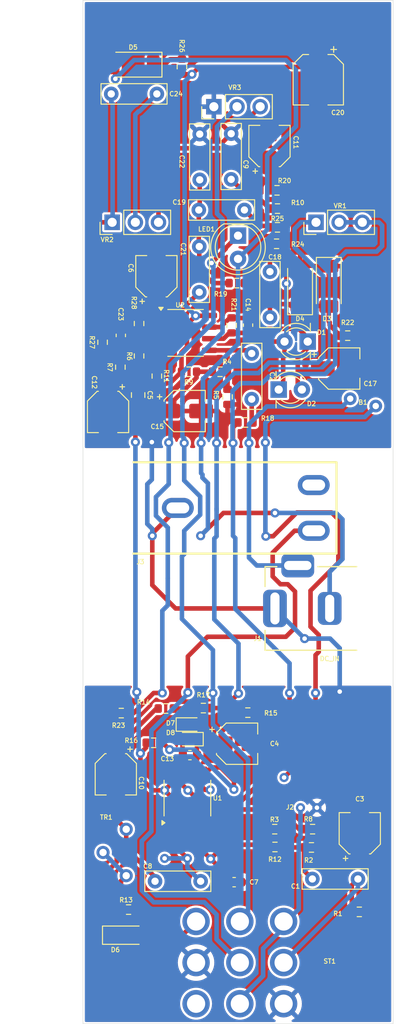
<source format=kicad_pcb>
(kicad_pcb (version 20240108) (generator "pcbnew") (generator_version "8.0")
  (layers (0 "F.Cu" signal) (31 "B.Cu" signal) (34 "B.Paste" user) (35 "F.Paste" user) (36 "B.SilkS" user "B.Silkscreen") (37 "F.SilkS" user "F.Silkscreen") (38 "B.Mask" user) (39 "F.Mask" user) (44 "Edge.Cuts" user))
  (net 0 "")
  (net 1 "Net-(ST1C-B)")
  (net 2 "BYPASS")
  (net 5 "GND")
  (net 6 "Net-(C1-Pad1)")
  (net 7 "Net-(C3-Pad1)")
  (net 8 "VCC")
  (net 9 "Net-(U1A-+)")
  (net 10 "Net-(U1A--)")
  (net 11 "Net-(R13-Pad1)")
  (net 12 "Net-(C10-Pad2)")
  (net 13 "Net-(C10-Pad1)")
  (net 14 "Net-(D7-A)")
  (net 15 "Net-(D7-K)")
  (net 16 "Net-(U1B-+)")
  (net 17 "Net-(R17-Pad2)")
  (net 18 "Net-(C2-Pad2)")
  (net 19 "Net-(U2B-+)")
  (net 20 "Net-(C15-Pad1)")
  (net 21 "Net-(D1-K)")
  (net 22 "Net-(D1-A)")
  (net 23 "Net-(C17-Pad2)")
  (net 24 "Net-(D3-A)")
  (net 25 "Net-(C19-Pad1)")
  (net 26 "Net-(C18-Pad1)")
  (net 27 "Net-(C19-Pad2)")
  (net 28 "Net-(C11-Pad1)")
  (net 29 "Net-(C9-Pad2)")
  (net 30 "Net-(U2A-+)")
  (net 31 "Net-(C5-Pad1)")
  (net 32 "Net-(C12-Pad1)")
  (net 33 "Net-(C23-Pad1)")
  (net 34 "Net-(U2A--)")
  (net 35 "Net-(C24-Pad1)")
  (net 36 "Net-(VR2-Pad3)")
  (net 37 "Net-(ST1B-A)")
  (net 38 "Net-(ST1B-B)")
  (net 39 "Net-(C24-Pad2)")
  (net 40 "Net-(D5-A)")
  (net 41 "Net-(D5-K)")
  (net 42 "Net-(D6-K)")
  (net 43 "Net-(LED1-K)")
  (net 44 "Net-(D6-A)")
  (net 45 "Net-(B1-+)")
  (net 46 "Net-(B1--)")
  (footprint "Resistor_SMD:R_0603_1608Metric" (layer "F.Cu") (at -6.15 -48.725 -90)
    (property "Reference" "R26")
    (property "Value" "47R")
  )
  (footprint "Resistor_SMD:R_0603_1608Metric" (layer "F.Cu") (at 4.225 -29.35)
    (property "Reference" "R24")
    (property "Value" "249k")
  )
  (footprint "Resistor_SMD:R_0603_1608Metric" (layer "F.Cu") (at 4.325 -31.15)
    (property "Reference" "R25")
    (property "Value" "150k")
  )
  (footprint "Diode_SMD:D_SOD-128" (layer "F.Cu") (at 6.8 -24.75 90)
    (property "Reference" "D4")
    (property "Value" "1N4001")
  )
  (footprint "Resistor_SMD:R_0603_1608Metric" (layer "F.Cu") (at 13.3 43.75)
    (property "Reference" "R1")
    (property "Value" "1M")
  )
  (footprint "Diode_SMD:D_0603_1608Metric" (layer "F.Cu") (at -5.3 23.25)
    (property "Reference" "D7")
    (property "Value" "Red_LED_SMD")
  )
  (footprint "myFoot:my_LED_3mm" (layer "F.Cu") (at 6.37 -18.65 180)
    (property "Reference" "D1")
    (property "Value" "Red_LED_3mm")
  )
  (footprint "Resistor_SMD:R_0603_1608Metric" (layer "F.Cu") (at -12.8 22)
    (property "Reference" "R23")
    (property "Value" "1k")
  )
  (footprint "Resistor_SMD:R_0603_1608Metric" (layer "F.Cu") (at 4.025 34.7)
    (property "Reference" "R3")
    (property "Value" "1M")
  )
  (footprint "Capacitor_THT:C_Rect_L7.0mm_W2.0mm_P5.00mm" (layer "F.Cu") (at 8.15 40.15)
    (property "Reference" "C1")
    (property "Value" "47n")
  )
  (footprint "Diode_SMD:D_SOD-123" (layer "F.Cu") (at -12.5 46.3)
    (property "Reference" "D6")
    (property "Value" "Zener")
  )
  (footprint "myFoot:my_DC_Jack" (layer "F.Cu") (at 17.55 10.55 180)
    (property "Reference" "J1")
    (property "Value" "DC_IN")
  )
  (footprint "Package_SO:SOP-8_3.9x4.9mm_P1.27mm" (layer "F.Cu") (at -5.75 -19.6)
    (property "Reference" "U2")
    (property "Value" "TLC2272C")
  )
  (footprint "Capacitor_SMD:C_0603_1608Metric" (layer "F.Cu") (at -0.425 40.5)
    (property "Reference" "C7")
    (property "Value" "220p")
  )
  (footprint "Capacitor_SMD:CP_Elec_4x5.4" (layer "F.Cu") (at 13.35 35.15 90)
    (property "Reference" "C3")
    (property "Value" "1u")
  )
  (footprint "Capacitor_SMD:CP_Elec_4x5.4" (layer "F.Cu") (at -14.25 -10.95 -90)
    (property "Reference" "C12")
    (property "Value" "4.7u")
  )
  (footprint "Resistor_SMD:R_0603_1608Metric" (layer "F.Cu") (at -3.8 21.45)
    (property "Reference" "R17")
    (property "Value" "2.4k")
  )
  (footprint "Diode_SMD:D_SOD-128" (layer "F.Cu") (at 9.95 -24.7 -90)
    (property "Reference" "D3")
    (property "Value" "1N4001")
  )
  (footprint "Capacitor_SMD:CP_Elec_4x5.4" (layer "F.Cu") (at -13.4 28.7 -90)
    (property "Reference" "C10")
    (property "Value" "4.7u")
  )
  (footprint "Resistor_SMD:R_0603_1608Metric" (layer "F.Cu") (at -14.85 -18.575 -90)
    (property "Reference" "R27")
    (property "Value" "5.1k")
  )
  (footprint "Connector_PinHeader_2.54mm:PinHeader_1x03_P2.54mm_Vertical" (layer "F.Cu") (at -13.8 -31.7 90)
    (property "Reference" "VR2")
    (property "Value" "B50k")
  )
  (footprint "Resistor_SMD:R_0603_1608Metric" (layer "F.Cu") (at -0.15 -25.05)
    (property "Reference" "R19")
    (property "Value" "10k")
  )
  (footprint "Resistor_SMD:R_0603_1608Metric" (layer "F.Cu") (at -1.15 -12.6 -90)
    (property "Reference" "R5")
    (property "Value" "1M")
  )
  (footprint "Resistor_SMD:R_0603_1608Metric" (layer "F.Cu") (at -10.85 -20.625 -90)
    (property "Reference" "R28")
    (property "Value" "12k")
  )
  (footprint "Capacitor_SMD:CP_Elec_4x5.4" (layer "F.Cu") (at -8.95 -25.8 90)
    (property "Reference" "C6")
    (property "Value" "1u")
  )
  (footprint "Capacitor_SMD:C_0603_1608Metric" (layer "F.Cu") (at -12.85 -19.325 -90)
    (property "Reference" "C23")
    (property "Value" "1n")
  )
  (footprint "Resistor_SMD:R_0603_1608Metric" (layer "F.Cu") (at 8.05 36.7)
    (property "Reference" "R2")
    (property "Value" "1M")
  )
  (footprint "Capacitor_THT:C_Rect_L7.0mm_W2.0mm_P5.00mm" (layer "F.Cu") (at 3.5 -26.3 -90)
    (property "Reference" "C18")
    (property "Value" "27n")
  )
  (footprint "myFoot:my_LED_3mm" (layer "F.Cu") (at 5.73 -13.4)
    (property "Reference" "D2")
    (property "Value" "Red_LED_3mm")
  )
  (footprint "Capacitor_SMD:CP_Elec_4x5.4" (layer "F.Cu") (at 11.1 -15.7)
    (property "Reference" "C17")
    (property "Value" "1u")
  )
  (footprint "Capacitor_SMD:CP_Elec_4x5.4" (layer "F.Cu") (at 3.45 -40.05 90)
    (property "Reference" "C11")
    (property "Value" "4.7u")
  )
  (footprint "Resistor_SMD:R_0603_1608Metric" (layer "F.Cu") (at 0.825 -9.8)
    (property "Reference" "R18")
    (property "Value" "10k")
  )
  (footprint "Capacitor_SMD:C_0603_1608Metric" (layer "F.Cu") (at -5.275 26.6)
    (property "Reference" "C13")
    (property "Value" "100p")
  )
  (footprint "Connector_PinHeader_2.54mm:PinHeader_1x03_P2.54mm_Vertical" (layer "F.Cu") (at 8.55 -31.7 90)
    (property "Reference" "VR1")
    (property "Value" "A500k")
  )
  (footprint "Resistor_SMD:R_0603_1608Metric" (layer "F.Cu") (at -0.7 -20.425 -90)
    (property "Reference" "R21")
    (property "Value" "51k")
  )
  (footprint "Resistor_SMD:R_0603_1608Metric" (layer "F.Cu") (at 4.325 -33.2)
    (property "Reference" "R10")
    (property "Value" "1k")
  )
  (footprint "Resistor_SMD:R_0603_1608Metric" (layer "F.Cu") (at 8.175 34.7)
    (property "Reference" "R8")
    (property "Value" "1k")
  )
  (footprint "Capacitor_SMD:CP_Elec_4x5.4" (layer "F.Cu") (at -0.1 25.35)
    (property "Reference" "C4")
    (property "Value" "1u")
  )
  (footprint "Resistor_SMD:R_0603_1608Metric" (layer "F.Cu") (at -9.25 25.25)
    (property "Reference" "R16")
    (property "Value" "47k")
  )
  (footprint "myFoot:my_conn" (layer "F.Cu") (at 12.3 -12.4 -90)
    (property "Reference" "B1")
    (property "Value" "Battery")
  )
  (footprint "Capacitor_THT:C_Rect_L7.0mm_W2.0mm_P5.00mm" (layer "F.Cu") (at 1.5 -17.35 -90)
    (property "Reference" "C2")
    (property "Value" "47n")
  )
  (footprint "Capacitor_SMD:C_0805_2012Metric" (layer "F.Cu") (at -10.95 -12.8 -90)
    (property "Reference" "C5")
    (property "Value" "1u")
  )
  (footprint "myFoot:PJ-603A" (layer "F.Cu") (at 6.85 32.35)
    (property "Reference" "J2")
    (property "Value" "INPUT")
  )
  (footprint "Resistor_SMD:R_0603_1608Metric" (layer "F.Cu") (at 4.275 -35.2)
    (property "Reference" "R20")
    (property "Value" "6.2k")
  )
  (footprint "Resistor_SMD:R_0603_1608Metric" (layer "F.Cu") (at -7.925 21.5)
    (property "Reference" "R14")
    (property "Value" "24k")
  )
  (footprint "Capacitor_THT:C_Rect_L7.0mm_W2.0mm_P5.00mm" (layer "F.Cu") (at -13.9 -45.75)
    (property "Reference" "C24")
    (property "Value" "3.9n")
  )
  (footprint "Capacitor_THT:C_Rect_L7.0mm_W2.0mm_P5.00mm" (layer "F.Cu") (at -4.2 -41.35 -90)
    (property "Reference" "C22")
    (property "Value" "22n")
  )
  (footprint "myFoot:my_sw_3pdt_fujisoku" (layer "F.Cu") (at 0.2 49.3)
    (property "Reference" "ST1")
    (property "Value" "SW" (hide yes))
  )
  (footprint "Resistor_SMD:R_0603_1608Metric" (layer "F.Cu") (at -10.85 -17.075 -90)
    (property "Reference" "R6")
    (property "Value" "1M")
  )
  (footprint "Resistor_SMD:R_0603_1608Metric" (layer "F.Cu") (at -8.9 -14.875 -90)
    (property "Reference" "R11")
    (property "Value" "1k")
  )
  (footprint "myFoot:my_trim2" (layer "F.Cu") (at -12.26 34.71 180)
    (property "Reference" "TR1")
    (property "Value" "200k")
  )
  (footprint "Package_SO:SOP-8_3.9x4.9mm_P1.27mm" (layer "F.Cu") (at -5.55 31.3 90)
    (property "Reference" "U1")
    (property "Value" "NE5532")
  )
  (footprint "myFoot:PJ-603A" (layer "F.Cu") (at -14.2 -0.45 90)
    (property "Reference" "J3")
    (property "Value" "OUTPUT")
  )
  (footprint "Connector_PinHeader_2.54mm:PinHeader_1x03_P2.54mm_Vertical" (layer "F.Cu") (at -2.65 -44.35 90)
    (property "Reference" "VR3")
    (property "Value" "B50k")
  )
  (footprint "Resistor_SMD:R_0603_1608Metric" (layer "F.Cu") (at -12.9 -15.85 -90)
    (property "Reference" "R7")
    (property "Value" "1M")
  )
  (footprint "Resistor_SMD:R_0603_1608Metric" (layer "F.Cu") (at 4.05 36.65)
    (property "Reference" "R12")
    (property "Value" "10k")
  )
  (footprint "Resistor_SMD:R_0603_1608Metric" (layer "F.Cu") (at -5.375 -15.35)
    (property "Reference" "R9")
    (property "Value" "1k")
  )
  (footprint "Diode_SMD:D_SOD-128" (layer "F.Cu") (at -11.5 -48.95 180)
    (property "Reference" "D5")
    (property "Value" "1N4001")
  )
  (footprint "Capacitor_THT:C_Rect_L7.0mm_W2.0mm_P5.00mm" (layer "F.Cu") (at -9.1 40.4)
    (property "Reference" "C8")
    (property "Value" "220n")
  )
  (footprint "Resistor_SMD:R_0603_1608Metric" (layer "F.Cu") (at -1.975 -15.35)
    (property "Reference" "R4")
    (property "Value" "1M")
  )
  (footprint "Resistor_SMD:R_0603_1608Metric" (layer "F.Cu") (at 1.075 21.95)
    (property "Reference" "R15")
    (property "Value" "47k")
  )
  (footprint "Capacitor_THT:C_Rect_L7.0mm_W2.0mm_P5.00mm" (layer "F.Cu") (at -0.75 -41.4 -90)
    (property "Reference" "C9")
    (property "Value" "220n")
  )
  (footprint "Capacitor_THT:C_Rect_L7.0mm_W2.0mm_P5.00mm" (layer "F.Cu") (at -4.25 -29.05 -90)
    (property "Reference" "C21")
    (property "Value" "22n")
  )
  (footprint "Capacitor_SMD:CP_Elec_4x5.4" (layer "F.Cu") (at -5.85 -11.05)
    (property "Reference" "C15")
    (property "Value" "10u")
  )
  (footprint "Capacitor_SMD:C_0603_1608Metric" (layer "F.Cu") (at 1.1 -20.45 -90)
    (property "Reference" "C14")
    (property "Value" "100p")
  )
  (footprint "Resistor_SMD:R_0603_1608Metric" (layer "F.Cu") (at 12.025 -19.3)
    (property "Reference" "R22")
    (property "Value" "1k")
  )
  (footprint "Capacitor_SMD:CP_Elec_5x5.4" (layer "F.Cu") (at 8.8 -47.3 -90)
    (property "Reference" "C20")
    (property "Value" "47u")
  )
  (footprint "myFoot:my_LED_5mm" (layer "F.Cu") (at 0 -28.97 -90)
    (property "Reference" "LED1")
    (property "Value" "LED")
  )
  (footprint "Capacitor_THT:C_Rect_L7.0mm_W2.0mm_P5.00mm" (layer "F.Cu") (at -4.3 -33.05)
    (property "Reference" "C19")
    (property "Value" "3.9n")
  )
  (footprint "Diode_SMD:D_0603_1608Metric" (layer "F.Cu") (at -5.3 24.85 180)
    (property "Reference" "D8")
    (property "Value" "Red_LED_SMD")
  )
  (footprint "Resistor_SMD:R_0603_1608Metric" (layer "F.Cu") (at -12 43.5)
    (property "Reference" "R13")
    (property "Value" "4.7k")
  )
  (gr_rect (start -17 -56) (end 17 56) (stroke (width 0.05)) (fill none) (layer "Edge.Cuts"))
  (segment (start 12.475 43.75) (end 12.475 40.825) (width 0.5) (layer "F.Cu") (net 1))
  (segment (start 12.475 40.825) (end 13.15 40.15) (width 0.5) (layer "F.Cu") (net 1))
  (segment (start 5 49.3) (end 13.15 41.15) (width 0.5) (layer "B.Cu") (net 1))
  (segment (start 13.15 41.15) (end 13.15 40.15) (width 0.5) (layer "B.Cu") (net 1))
  (segment (start 2.75 50.75) (end 2.75 47.75) (width 0.5) (layer "B.Cu") (net 2))
  (segment (start 5 45.5) (end 5 44.8) (width 0.5) (layer "B.Cu") (net 2))
  (segment (start 0.2 53.3) (end 2.75 50.75) (width 0.5) (layer "B.Cu") (net 2))
  (segment (start 5 44.8) (end 5.3 44.8) (width 0.5) (layer "B.Cu") (net 2))
  (segment (start 6.85 35.55) (end 6.85 32.35) (width 0.5) (layer "B.Cu") (net 2))
  (segment (start 0.2 53.8) (end 0.2 53.3) (width 0.5) (layer "B.Cu") (net 2))
  (segment (start 6.65 43.45) (end 6.65 35.75) (width 0.5) (layer "B.Cu") (net 2))
  (segment (start 6.65 35.75) (end 6.85 35.55) (width 0.5) (layer "B.Cu") (net 2))
  (segment (start 2.75 47.75) (end 5 45.5) (width 0.5) (layer "B.Cu") (net 2))
  (segment (start 5.3 44.8) (end 6.65 43.45) (width 0.5) (layer "B.Cu") (net 2))
  (segment (start -9.4 2.35) (end -6.6 -0.45) (width 0.5) (layer "F.Cu") (net 5))
  (segment (start -9.4 2.6) (end -9.4 2.35) (width 0.5) (layer "F.Cu") (net 5))
  (segment (start -9.4 8) (end -9.4 2.6) (width 0.5) (layer "F.Cu") (net 5))
  (segment (start -7.7 9.7) (end -9.4 8) (width 0.5) (layer "F.Cu") (net 5))
  (segment (start -6.85 10.55) (end -7.7 9.7) (width 0.5) (layer "F.Cu") (net 5))
  (segment (start 4.05 10.55) (end -6.85 10.55) (width 0.5) (layer "F.Cu") (net 5))
  (via (at -9.45 -7.65) (size 1) (drill 0.5) (layers "F.Cu" "B.Cu") (net 5))
  (via (at 7.3 13.85) (size 1) (drill 0.5) (layers "F.Cu" "B.Cu") (net 5))
  (via (at 11.15 19.65) (size 1) (drill 0.5) (layers "F.Cu" "B.Cu") (net 5))
  (via (at -9.4 2.6) (size 1) (drill 0.5) (layers "F.Cu" "B.Cu") (net 5))
  (segment (start -9.4 1.85) (end -9.95 1.3) (width 0.5) (layer "B.Cu") (net 5))
  (segment (start 11.15 14.9) (end 11.15 19.65) (width 0.5) (layer "B.Cu") (net 5))
  (segment (start 4.05 10.6) (end 7.3 13.85) (width 0.5) (layer "B.Cu") (net 5))
  (segment (start 7.3 13.85) (end 10.1 13.85) (width 0.5) (layer "B.Cu") (net 5))
  (segment (start -9.95 -3.05) (end -9.65 -3.35) (width 0.5) (layer "B.Cu") (net 5))
  (segment (start -9.45 -3.55) (end -9.45 -7.65) (width 0.5) (layer "B.Cu") (net 5))
  (segment (start -9.95 1.3) (end -9.95 -3.05) (width 0.5) (layer "B.Cu") (net 5))
  (segment (start 10.9 14.65) (end 11.15 14.9) (width 0.5) (layer "B.Cu") (net 5))
  (segment (start 4.05 10.55) (end 4.05 10.6) (width 0.5) (layer "B.Cu") (net 5))
  (segment (start -9.4 2.6) (end -9.4 1.85) (width 0.5) (layer "B.Cu") (net 5))
  (segment (start -9.65 -3.35) (end -9.45 -3.55) (width 0.5) (layer "B.Cu") (net 5))
  (segment (start 10.1 13.85) (end 10.9 14.65) (width 0.5) (layer "B.Cu") (net 5))
  (segment (start 7.225 36.7) (end 7.225 39.225) (width 0.5) (layer "F.Cu") (net 6))
  (segment (start 7.225 36.7) (end 4.925 36.7) (width 0.5) (layer "F.Cu") (net 6))
  (segment (start 4.85 34.7) (end 4.85 36.625) (width 0.5) (layer "F.Cu") (net 6))
  (segment (start 7.225 39.225) (end 8.15 40.15) (width 0.5) (layer "F.Cu") (net 6))
  (segment (start 4.925 36.7) (end 4.875 36.65) (width 0.5) (layer "F.Cu") (net 6))
  (segment (start 4.85 36.625) (end 4.875 36.65) (width 0.5) (layer "F.Cu") (net 6))
  (segment (start 13.1 36.7) (end 13.35 36.95) (width 0.5) (layer "F.Cu") (net 7))
  (segment (start 9 36.575) (end 8.875 36.7) (width 0.5) (layer "F.Cu") (net 7))
  (segment (start 8.875 36.7) (end 13.1 36.7) (width 0.5) (layer "F.Cu") (net 7))
  (segment (start 9 34.7) (end 9 36.575) (width 0.5) (layer "F.Cu") (net 7))
  (segment (start -7.75 -14.15) (end -7.85 -14.05) (width 0.5) (layer "F.Cu") (net 8))
  (segment (start -8.05 30.45) (end -5.95 32.55) (width 0.5) (layer "F.Cu") (net 8))
  (segment (start -9.6 -13) (end -9.6 -10.85) (width 0.5) (layer "F.Cu") (net 8))
  (segment (start -3.157786 -21.472214) (end -3.125 -21.505) (width 0.5) (layer "F.Cu") (net 8))
  (segment (start -4.649999 -21.472214) (end -3.157786 -21.472214) (width 0.5) (layer "F.Cu") (net 8))
  (segment (start -10.075 25.775) (end -10.7 26.4) (width 0.5) (layer "F.Cu") (net 8))
  (segment (start -5.95 32.55) (end 4.55 32.55) (width 0.5) (layer "F.Cu") (net 8))
  (segment (start 8 -48.7) (end 8.8 -49.5) (width 0.5) (layer "F.Cu") (net 8))
  (segment (start -9.8 29.95) (end -9.3 30.45) (width 0.5) (layer "F.Cu") (net 8))
  (segment (start -9.6 -10.85) (end -10.45 -10) (width 0.5) (layer "F.Cu") (net 8))
  (segment (start 6.7 34.7) (end 7.35 34.7) (width 0.5) (layer "F.Cu") (net 8))
  (segment (start -7.4 -14.15) (end -7.75 -14.15) (width 0.5) (layer "F.Cu") (net 8))
  (segment (start -7.455 29.855) (end -8.05 30.45) (width 0.5) (layer "F.Cu") (net 8))
  (segment (start 4.55 32.55) (end 6.7 34.7) (width 0.5) (layer "F.Cu") (net 8))
  (segment (start -5.05 -47.9) (end -4.25 -48.7) (width 0.5) (layer "F.Cu") (net 8))
  (segment (start -6.15 -47.9) (end -5.05 -47.9) (width 0.5) (layer "F.Cu") (net 8))
  (segment (start -9.6 -13.35) (end -9.6 -13) (width 0.5) (layer "F.Cu") (net 8))
  (segment (start -4.25 -48.7) (end 8 -48.7) (width 0.5) (layer "F.Cu") (net 8))
  (segment (start -5.6 -20.522213) (end -5.6 -18.05) (width 0.5) (layer "F.Cu") (net 8))
  (segment (start -8.9 -14.05) (end -9.6 -13.35) (width 0.5) (layer "F.Cu") (net 8))
  (segment (start -10.075 25.25) (end -10.075 25.775) (width 0.5) (layer "F.Cu") (net 8))
  (segment (start -10.7 29.05) (end -9.8 29.95) (width 0.5) (layer "F.Cu") (net 8))
  (segment (start -10.7 26.4) (end -10.7 29.05) (width 0.5) (layer "F.Cu") (net 8))
  (segment (start -7.85 -14.05) (end -8.9 -14.05) (width 0.5) (layer "F.Cu") (net 8))
  (segment (start -9.3 30.45) (end -8.05 30.45) (width 0.5) (layer "F.Cu") (net 8))
  (segment (start -11.25 -9.2) (end -11.25 -7.65) (width 0.5) (layer "F.Cu") (net 8))
  (segment (start -6.2 -15.35) (end -7.4 -14.15) (width 0.5) (layer "F.Cu") (net 8))
  (segment (start -5.6 -18.05) (end -6.2 -17.45) (width 0.5) (layer "F.Cu") (net 8))
  (segment (start -6.2 -17.45) (end -6.2 -15.35) (width 0.5) (layer "F.Cu") (net 8))
  (segment (start -10.45 -10) (end -11.25 -9.2) (width 0.5) (layer "F.Cu") (net 8))
  (segment (start -4.649999 -21.472214) (end -5.6 -20.522213) (width 0.5) (layer "F.Cu") (net 8))
  (segment (start -7.455 28.675) (end -7.455 29.855) (width 0.5) (layer "F.Cu") (net 8))
  (via (at -10.7 26.4) (size 1) (drill 0.5) (layers "F.Cu" "B.Cu") (net 8))
  (via (at -8.05 30.45) (size 1) (drill 0.5) (layers "F.Cu" "B.Cu") (net 8))
  (via (at -4.649999 -21.472214) (size 1) (drill 0.5) (layers "F.Cu" "B.Cu") (net 8))
  (via (at -5.05 -47.9) (size 1) (drill 0.5) (layers "F.Cu" "B.Cu") (net 8))
  (via (at -11.25 -7.65) (size 1) (drill 0.5) (layers "F.Cu" "B.Cu") (net 8))
  (via (at -11.1 19.7) (size 1) (drill 0.5) (layers "F.Cu" "B.Cu") (net 8))
  (segment (start -5.85 -22.672215) (end -4.649999 -21.472214) (width 0.5) (layer "B.Cu") (net 8))
  (segment (start -5.85 -44.7) (end -5.85 -29.2) (width 0.5) (layer "B.Cu") (net 8))
  (segment (start -10.9 26.2) (end -10.7 26.4) (width 0.5) (layer "B.Cu") (net 8))
  (segment (start -5.85 -29.2) (end -5.85 -22.672215) (width 0.5) (layer "B.Cu") (net 8))
  (segment (start -5.85 -47.1) (end -5.85 -44.7) (width 0.5) (layer "B.Cu") (net 8))
  (segment (start -11.1 19.7) (end -11.1 20.65) (width 0.5) (layer "B.Cu") (net 8))
  (segment (start -11.25 19.55) (end -11.1 19.7) (width 0.5) (layer "B.Cu") (net 8))
  (segment (start -5.05 -47.9) (end -5.85 -47.1) (width 0.5) (layer "B.Cu") (net 8))
  (segment (start -10.9 20.85) (end -10.9 26.2) (width 0.5) (layer "B.Cu") (net 8))
  (segment (start -11.1 20.65) (end -10.9 20.85) (width 0.5) (layer "B.Cu") (net 8))
  (segment (start -11.25 2.55) (end -11.25 19.55) (width 0.5) (layer "B.Cu") (net 8))
  (segment (start -11.25 -7.65) (end -11.25 2.55) (width 0.5) (layer "B.Cu") (net 8))
  (segment (start 1.8 36.4) (end -0.15 36.4) (width 0.5) (layer "F.Cu") (net 9))
  (segment (start -3 37.95) (end -1.2 39.75) (width 0.5) (layer "F.Cu") (net 9))
  (segment (start -4.915 36.035) (end -4.915 33.925) (width 0.5) (layer "F.Cu") (net 9))
  (segment (start 3.225 36.65) (end 2.05 36.65) (width 0.5) (layer "F.Cu") (net 9))
  (segment (start -3 37.95) (end -4.915 36.035) (width 0.5) (layer "F.Cu") (net 9))
  (segment (start -1.2 39.75) (end -1.2 40.5) (width 0.5) (layer "F.Cu") (net 9))
  (segment (start 2.05 36.65) (end 1.9 36.5) (width 0.5) (layer "F.Cu") (net 9))
  (segment (start -0.15 36.4) (end -1.45 36.4) (width 0.5) (layer "F.Cu") (net 9))
  (segment (start -1.45 36.4) (end -1.95 36.9) (width 0.5) (layer "F.Cu") (net 9))
  (segment (start 1.9 36.5) (end 1.8 36.4) (width 0.5) (layer "F.Cu") (net 9))
  (segment (start -1.95 36.9) (end -3 37.95) (width 0.5) (layer "F.Cu") (net 9))
  (via (at -3 37.95) (size 1) (drill 0.5) (layers "F.Cu" "B.Cu") (net 9))
  (segment (start -6.185 37.265) (end -5.55 37.9) (width 0.5) (layer "F.Cu") (net 10))
  (segment (start -6.185 33.925) (end -6.185 37.265) (width 0.5) (layer "F.Cu") (net 10))
  (segment (start -7.03 33.5) (end -6.61 33.5) (width 0.5) (layer "F.Cu") (net 10))
  (segment (start -7.455 33.925) (end -7.03 33.5) (width 0.5) (layer "F.Cu") (net 10))
  (segment (start -6.61 33.5) (end -6.185 33.925) (width 0.5) (layer "F.Cu") (net 10))
  (via (at -8.05 37.9) (size 1) (drill 0.5) (layers "F.Cu" "B.Cu") (net 10))
  (via (at -5.55 37.9) (size 1) (drill 0.5) (layers "F.Cu" "B.Cu") (net 10))
  (segment (start -5.55 37.9) (end -5.55 38.95) (width 0.5) (layer "B.Cu") (net 10))
  (segment (start -5.55 38.95) (end -4.1 40.4) (width 0.5) (layer "B.Cu") (net 10))
  (segment (start -5.55 37.9) (end -8.05 37.9) (width 0.5) (layer "B.Cu") (net 10))
  (segment (start -12.825 43.5) (end -12.825 40.355) (width 0.5) (layer "F.Cu") (net 11))
  (segment (start -12.825 40.355) (end -12.26 39.79) (width 0.5) (layer "F.Cu") (net 11))
  (segment (start -14.8 37.25) (end -12.26 39.79) (width 0.5) (layer "B.Cu") (net 11))
  (segment (start -12.26 34.71) (end -12.26 36.79) (width 0.5) (layer "F.Cu") (net 12))
  (segment (start -12.26 36.79) (end -9.1 39.95) (width 0.5) (layer "F.Cu") (net 12))
  (segment (start -9.1 39.95) (end -9.1 40.4) (width 0.5) (layer "F.Cu") (net 12))
  (segment (start -13.4 30.5) (end -13.4 33.57) (width 0.5) (layer "F.Cu") (net 12))
  (segment (start -13.4 33.57) (end -12.26 34.71) (width 0.5) (layer "F.Cu") (net 12))
  (segment (start -13.4 25.95) (end -8.95 21.5) (width 0.5) (layer "F.Cu") (net 13))
  (segment (start -13.4 26.9) (end -13.4 25.95) (width 0.5) (layer "F.Cu") (net 13))
  (segment (start -8.95 21.5) (end -8.75 21.5) (width 0.5) (layer "F.Cu") (net 13))
  (segment (start -4.915 28.675) (end -4.915 27.565) (width 0.5) (layer "F.Cu") (net 14))
  (segment (start -4.5 26.6) (end -4.5 24.8625) (width 0.5) (layer "F.Cu") (net 14))
  (segment (start -7.1 21.5) (end -4.675 21.5) (width 0.5) (layer "F.Cu") (net 14))
  (segment (start -4.5125 24.85) (end -4.5125 23.25) (width 0.5) (layer "F.Cu") (net 14))
  (segment (start -4.625 23.1375) (end -4.5125 23.25) (width 0.5) (layer "F.Cu") (net 14))
  (segment (start -4.5 27.15) (end -4.5 26.6) (width 0.5) (layer "F.Cu") (net 14))
  (segment (start -4.25 29.75) (end -3.6 30.4) (width 0.5) (layer "F.Cu") (net 14))
  (segment (start -4.625 21.45) (end -4.625 23.1375) (width 0.5) (layer "F.Cu") (net 14))
  (segment (start -4.915 29.085) (end -4.25 29.75) (width 0.5) (layer "F.Cu") (net 14))
  (segment (start -4.915 28.675) (end -4.915 29.085) (width 0.5) (layer "F.Cu") (net 14))
  (segment (start -4.675 21.5) (end -4.625 21.45) (width 0.5) (layer "F.Cu") (net 14))
  (segment (start -4.915 27.565) (end -4.5 27.15) (width 0.5) (layer "F.Cu") (net 14))
  (segment (start -4.5 24.8625) (end -4.5125 24.85) (width 0.5) (layer "F.Cu") (net 14))
  (segment (start -3.6 30.4) (end -3.05 30.4) (width 0.5) (layer "F.Cu") (net 14))
  (via (at -3.05 30.4) (size 1) (drill 0.5) (layers "F.Cu" "B.Cu") (net 14))
  (segment (start 5.65 26.35) (end 5.65 19.8) (width 0.5) (layer "F.Cu") (net 15))
  (segment (start -6.0875 24.85) (end -6.0875 26.5625) (width 0.5) (layer "F.Cu") (net 15))
  (segment (start -0.55 -7.55) (end -0.55 -9.25) (width 0.5) (layer "F.Cu") (net 15))
  (segment (start -0.55 -9.25) (end 0 -9.8) (width 0.5) (layer "F.Cu") (net 15))
  (segment (start -4.2 31.7) (end -1.95 31.7) (width 0.5) (layer "F.Cu") (net 15))
  (segment (start -5.5 30.45) (end -5.45 30.45) (width 0.5) (layer "F.Cu") (net 15))
  (segment (start -5.45 30.45) (end -4.2 31.7) (width 0.5) (layer "F.Cu") (net 15))
  (segment (start -1.95 31.7) (end 0.3 31.7) (width 0.5) (layer "F.Cu") (net 15))
  (segment (start -6.185 28.675) (end -6.185 29.765) (width 0.5) (layer "F.Cu") (net 15))
  (segment (start -6.0875 26.5625) (end -6.05 26.6) (width 0.5) (layer "F.Cu") (net 15))
  (segment (start 2.2 29.8) (end 5.65 26.35) (width 0.5) (layer "F.Cu") (net 15))
  (segment (start -6.185 29.765) (end -5.5 30.45) (width 0.5) (layer "F.Cu") (net 15))
  (segment (start 0.3 31.7) (end 2.2 29.8) (width 0.5) (layer "F.Cu") (net 15))
  (segment (start -6.0875 23.25) (end -6.0875 24.85) (width 0.5) (layer "F.Cu") (net 15))
  (segment (start -6.185 28.675) (end -6.185 26.735) (width 0.5) (layer "F.Cu") (net 15))
  (segment (start -6.185 26.735) (end -6.05 26.6) (width 0.5) (layer "F.Cu") (net 15))
  (via (at 5.65 19.8) (size 1) (drill 0.5) (layers "F.Cu" "B.Cu") (net 15))
  (via (at -0.55 -7.55) (size 1) (drill 0.5) (layers "F.Cu" "B.Cu") (net 15))
  (via (at -5.5 30.45) (size 1) (drill 0.5) (layers "F.Cu" "B.Cu") (net 15))
  (segment (start -0.3 5.7) (end -0.3 2.85) (width 0.5) (layer "B.Cu") (net 15))
  (segment (start 10.65 -16.2) (end 9.55 -15.1) (width 0.5) (layer "B.Cu") (net 15))
  (segment (start 15.2 -28.5) (end 11.85 -28.5) (width 0.5) (layer "B.Cu") (net 15))
  (segment (start 2.65 -14.1) (end 0.25 -14.1) (width 0.5) (layer "B.Cu") (net 15))
  (segment (start 13.63 -31.7) (end 15.45 -31.7) (width 0.5) (layer "B.Cu") (net 15))
  (segment (start 3.95 -15.1) (end 3.7 -14.85) (width 0.5) (layer "B.Cu") (net 15))
  (segment (start 11.09 -31.7) (end 13.63 -31.7) (width 0.5) (layer "B.Cu") (net 15))
  (segment (start -0.6 -13.25) (end -0.6 -7.6) (width 0.5) (layer "B.Cu") (net 15))
  (segment (start 0.25 -14.1) (end -0.6 -13.25) (width 0.5) (layer "B.Cu") (net 15))
  (segment (start 4.1 15) (end -0.3 10.6) (width 0.5) (layer "B.Cu") (net 15))
  (segment (start 3.7 -14.85) (end 3.4 -14.85) (width 0.5) (layer "B.Cu") (net 15))
  (segment (start 3.4 -14.85) (end 2.65 -14.1) (width 0.5) (layer "B.Cu") (net 15))
  (segment (start 10.65 -27.3) (end 10.65 -16.2) (width 0.5) (layer "B.Cu") (net 15))
  (segment (start -0.3 10.6) (end -0.3 5.7) (width 0.5) (layer "B.Cu") (net 15))
  (segment (start 5.65 19.8) (end 5.65 16.55) (width 0.5) (layer "B.Cu") (net 15))
  (segment (start -0.6 -7.6) (end -0.55 -7.55) (width 0.5) (layer "B.Cu") (net 15))
  (segment (start -0.3 2.85) (end -0.55 2.6) (width 0.5) (layer "B.Cu") (net 15))
  (segment (start 9.55 -15.1) (end 3.95 -15.1) (width 0.5) (layer "B.Cu") (net 15))
  (segment (start -0.55 2.6) (end -0.55 -7.55) (width 0.5) (layer "B.Cu") (net 15))
  (segment (start 11.85 -28.5) (end 10.65 -27.3) (width 0.5) (layer "B.Cu") (net 15))
  (segment (start 5.65 16.55) (end 4.1 15) (width 0.5) (layer "B.Cu") (net 15))
  (segment (start 15.8 -29.1) (end 15.2 -28.5) (width 0.5) (layer "B.Cu") (net 15))
  (segment (start 15.45 -31.7) (end 15.8 -31.35) (width 0.5) (layer "B.Cu") (net 15))
  (segment (start 15.8 -31.35) (end 15.8 -29.1) (width 0.5) (layer "B.Cu") (net 15))
  (segment (start -1.9 25.35) (end -1.9 24.15) (width 0.5) (layer "F.Cu") (net 16))
  (segment (start -2.92 27.95) (end -1.9 27.95) (width 0.5) (layer "F.Cu") (net 16))
  (segment (start -0.45 30.35) (end -0.45 29.4) (width 0.5) (layer "F.Cu") (net 16))
  (segment (start -1.9 27.95) (end -1.9 25.35) (width 0.5) (layer "F.Cu") (net 16))
  (segment (start -8.25 25.25) (end -7.5 26) (width 0.5) (layer "F.Cu") (net 16))
  (segment (start 0.25 22) (end 0.25 21.95) (width 0.5) (layer "F.Cu") (net 16))
  (segment (start -3.645 28.675) (end -2.92 27.95) (width 0.5) (layer "F.Cu") (net 16))
  (segment (start -0.45 29.4) (end -1.9 27.95) (width 0.5) (layer "F.Cu") (net 16))
  (segment (start -1.9 24.15) (end 0.25 22) (width 0.5) (layer "F.Cu") (net 16))
  (segment (start -8.425 25.25) (end -8.25 25.25) (width 0.5) (layer "F.Cu") (net 16))
  (via (at -7.5 26) (size 1) (drill 0.5) (layers "F.Cu" "B.Cu") (net 16))
  (via (at -0.45 30.35) (size 1) (drill 0.5) (layers "F.Cu" "B.Cu") (net 16))
  (segment (start -7.5 26) (end -4.8 26) (width 0.5) (layer "B.Cu") (net 16))
  (segment (start -4.3 26.5) (end -0.45 30.35) (width 0.5) (layer "B.Cu") (net 16))
  (segment (start -4.8 26) (end -4.3 26.5) (width 0.5) (layer "B.Cu") (net 16))
  (segment (start -1.55 21.45) (end 0.05 19.85) (width 0.5) (layer "F.Cu") (net 17))
  (segment (start -2.975 21.45) (end -1.55 21.45) (width 0.5) (layer "F.Cu") (net 17))
  (via (at 0.05 19.85) (size 1) (drill 0.5) (layers "F.Cu" "B.Cu") (net 17))
  (via (at -2.35 -7.55) (size 1) (drill 0.5) (layers "F.Cu" "B.Cu") (net 17))
  (segment (start 6.2 -28.95) (end 9.35 -25.8) (width 0.5) (layer "B.Cu") (net 17))
  (segment (start 2.25 -15.2) (end -0.4 -15.2) (width 0.5) (layer "B.Cu") (net 17))
  (segment (start 8.55 -31.7) (end 6.9 -31.7) (width 0.5) (layer "B.Cu") (net 17))
  (segment (start -2.35 -13.25) (end -2.35 -7.55) (width 0.5) (layer "B.Cu") (net 17))
  (segment (start -2.6 11.75) (end -2.6 10.55) (width 0.5) (layer "B.Cu") (net 17))
  (segment (start -1.7 12.65) (end -2.6 11.75) (width 0.5) (layer "B.Cu") (net 17))
  (segment (start 9.35 -25.8) (end 9.35 -16.95) (width 0.5) (layer "B.Cu") (net 17))
  (segment (start 3.4 -16.35) (end 2.25 -15.2) (width 0.5) (layer "B.Cu") (net 17))
  (segment (start 0.05 19.85) (end 0.05 14.4) (width 0.5) (layer "B.Cu") (net 17))
  (segment (start -2.35 -0.4) (end -2.35 -0.15) (width 0.5) (layer "B.Cu") (net 17))
  (segment (start 6.9 -31.7) (end 6.2 -31) (width 0.5) (layer "B.Cu") (net 17))
  (segment (start -2.6 10.55) (end -2.6 10.8) (width 0.5) (layer "B.Cu") (net 17))
  (segment (start -0.4 -15.2) (end -2.35 -13.25) (width 0.5) (layer "B.Cu") (net 17))
  (segment (start 0.05 14.4) (end -1.7 12.65) (width 0.5) (layer "B.Cu") (net 17))
  (segment (start -2.35 -0.15) (end -2.35 -7.55) (width 0.5) (layer "B.Cu") (net 17))
  (segment (start 8.75 -16.35) (end 3.4 -16.35) (width 0.5) (layer "B.Cu") (net 17))
  (segment (start -2.35 2.65) (end -2.35 -0.4) (width 0.5) (layer "B.Cu") (net 17))
  (segment (start 6.2 -31) (end 6.2 -28.95) (width 0.5) (layer "B.Cu") (net 17))
  (segment (start -2.6 10.8) (end -2.6 2.9) (width 0.5) (layer "B.Cu") (net 17))
  (segment (start -2.6 2.9) (end -2.35 2.65) (width 0.5) (layer "B.Cu") (net 17))
  (segment (start 9.35 -16.95) (end 8.75 -16.35) (width 0.5) (layer "B.Cu") (net 17))
  (segment (start 1.5 -9.95) (end 1.65 -9.8) (width 0.5) (layer "F.Cu") (net 18))
  (segment (start 1.5 -12.35) (end 1.5 -9.95) (width 0.5) (layer "F.Cu") (net 18))
  (segment (start -1.15 -17.695) (end 1.155 -17.695) (width 0.5) (layer "F.Cu") (net 19))
  (segment (start -3.125 -17.695) (end -1.15 -17.695) (width 0.5) (layer "F.Cu") (net 19))
  (segment (start -1.15 -15.35) (end -1.15 -17.695) (width 0.5) (layer "F.Cu") (net 19))
  (segment (start 1.155 -17.695) (end 1.5 -17.35) (width 0.5) (layer "F.Cu") (net 19))
  (segment (start -1.15 -13.425) (end -1.15 -15.35) (width 0.5) (layer "F.Cu") (net 19))
  (segment (start -7 -12.25) (end -7 -11.7) (width 0.5) (layer "F.Cu") (net 20))
  (segment (start -7 -11.7) (end -7.65 -11.05) (width 0.5) (layer "F.Cu") (net 20))
  (segment (start -4.55 -14.7) (end -7 -12.25) (width 0.5) (layer "F.Cu") (net 20))
  (segment (start -4.55 -15.35) (end -4.55 -14.7) (width 0.5) (layer "F.Cu") (net 20))
  (segment (start -2.8 -15.35) (end -4.55 -15.35) (width 0.5) (layer "F.Cu") (net 20))
  (segment (start 1.1 -21.225) (end -0.675 -21.225) (width 0.5) (layer "F.Cu") (net 21))
  (segment (start 6.65 -20.05) (end 7.64 -19.06) (width 0.5) (layer "F.Cu") (net 21))
  (segment (start 6.55 -13.85) (end 7 -13.4) (width 0.5) (layer "F.Cu") (net 21))
  (segment (start 8.2 -15.35) (end 6.55 -15.35) (width 0.5) (layer "F.Cu") (net 21))
  (segment (start -0.9 -21.25) (end -0.7 -21.25) (width 0.5) (layer "F.Cu") (net 21))
  (segment (start 1.1 -21.225) (end 1.475 -21.225) (width 0.5) (layer "F.Cu") (net 21))
  (segment (start -0.675 -21.225) (end -0.7 -21.25) (width 0.5) (layer "F.Cu") (net 21))
  (segment (start 8.55 -15.7) (end 8.2 -15.35) (width 0.5) (layer "F.Cu") (net 21))
  (segment (start 6.55 -16.85) (end 6.55 -15.35) (width 0.5) (layer "F.Cu") (net 21))
  (segment (start -3.125 -20.235) (end -1.915 -20.235) (width 0.5) (layer "F.Cu") (net 21))
  (segment (start 1.475 -21.225) (end 2.65 -20.05) (width 0.5) (layer "F.Cu") (net 21))
  (segment (start 6.55 -15.35) (end 6.55 -13.85) (width 0.5) (layer "F.Cu") (net 21))
  (segment (start 9.3 -15.7) (end 8.55 -15.7) (width 0.5) (layer "F.Cu") (net 21))
  (segment (start 7.64 -17.94) (end 6.55 -16.85) (width 0.5) (layer "F.Cu") (net 21))
  (segment (start 7.64 -18.65) (end 7.64 -17.94) (width 0.5) (layer "F.Cu") (net 21))
  (segment (start 7.64 -19.06) (end 7.64 -18.65) (width 0.5) (layer "F.Cu") (net 21))
  (segment (start -1.915 -20.235) (end -0.9 -21.25) (width 0.5) (layer "F.Cu") (net 21))
  (segment (start 2.65 -20.05) (end 6.65 -20.05) (width 0.5) (layer "F.Cu") (net 21))
  (segment (start 5.1 -17.15) (end 4.95 -17) (width 0.5) (layer "F.Cu") (net 22))
  (segment (start 5.1 -33.25) (end 5.15 -33.2) (width 0.5) (layer "F.Cu") (net 22))
  (segment (start 2.8 -18.65) (end 5.1 -18.65) (width 0.5) (layer "F.Cu") (net 22))
  (segment (start 4.95 -13.89) (end 4.46 -13.4) (width 0.5) (layer "F.Cu") (net 22))
  (segment (start 1.775 -19.675) (end 2.8 -18.65) (width 0.5) (layer "F.Cu") (net 22))
  (segment (start 1.025 -19.6) (end 1.1 -19.675) (width 0.5) (layer "F.Cu") (net 22))
  (segment (start 5.1 -35.2) (end 5.1 -33.25) (width 0.5) (layer "F.Cu") (net 22))
  (segment (start -0.95 -19.6) (end -0.7 -19.6) (width 0.5) (layer "F.Cu") (net 22))
  (segment (start 5.15 -31.15) (end 5.15 -33.2) (width 0.5) (layer "F.Cu") (net 22))
  (segment (start 5.1 -18.65) (end 5.1 -17.15) (width 0.5) (layer "F.Cu") (net 22))
  (segment (start 5.3 -28.6) (end 5.3 -25) (width 0.5) (layer "F.Cu") (net 22))
  (segment (start 4.95 -17) (end 4.95 -13.89) (width 0.5) (layer "F.Cu") (net 22))
  (segment (start -0.7 -19.6) (end 1.025 -19.6) (width 0.5) (layer "F.Cu") (net 22))
  (segment (start 5.15 -31.15) (end 5.15 -29.45) (width 0.5) (layer "F.Cu") (net 22))
  (segment (start -3.125 -18.965) (end -1.585 -18.965) (width 0.5) (layer "F.Cu") (net 22))
  (segment (start 1.1 -19.675) (end 1.775 -19.675) (width 0.5) (layer "F.Cu") (net 22))
  (segment (start 5.15 -29.45) (end 5.05 -29.35) (width 0.5) (layer "F.Cu") (net 22))
  (segment (start 5.05 -29.35) (end 5.05 -28.85) (width 0.5) (layer "F.Cu") (net 22))
  (segment (start -1.585 -18.965) (end -0.95 -19.6) (width 0.5) (layer "F.Cu") (net 22))
  (segment (start 5.05 -28.85) (end 5.3 -28.6) (width 0.5) (layer "F.Cu") (net 22))
  (via (at 5.3 -25) (size 1) (drill 0.5) (layers "F.Cu" "B.Cu") (net 22))
  (segment (start 5.3 -25) (end 5.3 -18.85) (width 0.5) (layer "B.Cu") (net 22))
  (segment (start 5.3 -18.85) (end 5.1 -18.65) (width 0.5) (layer "B.Cu") (net 22))
  (segment (start 12.85 -15.75) (end 12.9 -15.7) (width 0.5) (layer "F.Cu") (net 23))
  (segment (start 12.85 -19.3) (end 12.85 -15.75) (width 0.5) (layer "F.Cu") (net 23))
  (segment (start 2.15 -25.05) (end 3.5 -23.7) (width 0.5) (layer "F.Cu") (net 24))
  (segment (start 3.5 -21.3) (end 3.5 -22.65) (width 0.5) (layer "F.Cu") (net 24))
  (segment (start 5.6 -22.75) (end 3.6 -22.75) (width 0.5) (layer "F.Cu") (net 24))
  (segment (start 3.6 -22.75) (end 3.5 -22.65) (width 0.5) (layer "F.Cu") (net 24))
  (segment (start 10.05 -20.75) (end 9.95 -20.85) (width 0.5) (layer "F.Cu") (net 24))
  (segment (start 6.8 -22.55) (end 5.8 -22.55) (width 0.5) (layer "F.Cu") (net 24))
  (segment (start 10.05 -20.45) (end 10.05 -20.75) (width 0.5) (layer "F.Cu") (net 24))
  (segment (start 0.675 -25.05) (end 2.15 -25.05) (width 0.5) (layer "F.Cu") (net 24))
  (segment (start 9.95 -20.85) (end 9.95 -22.5) (width 0.5) (layer "F.Cu") (net 24))
  (segment (start 11.2 -19.3) (end 10.05 -20.45) (width 0.5) (layer "F.Cu") (net 24))
  (segment (start 5.8 -22.55) (end 5.6 -22.75) (width 0.5) (layer "F.Cu") (net 24))
  (segment (start 9.9 -22.55) (end 9.95 -22.5) (width 0.5) (layer "F.Cu") (net 24))
  (segment (start 6.8 -22.55) (end 9.9 -22.55) (width 0.5) (layer "F.Cu") (net 24))
  (segment (start 3.5 -23.7) (end 3.5 -22.65) (width 0.5) (layer "F.Cu") (net 24))
  (segment (start -4.25 -26.55) (end -2.75 -25.05) (width 0.5) (layer "F.Cu") (net 25))
  (segment (start -4.3 -33.05) (end -4.3 -29.1) (width 0.5) (layer "F.Cu") (net 25))
  (segment (start -4.2 -36.35) (end -4.2 -33.15) (width 0.5) (layer "F.Cu") (net 25))
  (segment (start -4.25 -29.05) (end -4.25 -26.55) (width 0.5) (layer "F.Cu") (net 25))
  (segment (start -4.3 -29.1) (end -4.25 -29.05) (width 0.5) (layer "F.Cu") (net 25))
  (segment (start -4.2 -33.15) (end -4.3 -33.05) (width 0.5) (layer "F.Cu") (net 25))
  (segment (start -2.75 -25.05) (end -0.975 -25.05) (width 0.5) (layer "F.Cu") (net 25))
  (segment (start 3.5 -29.25) (end 3.4 -29.35) (width 0.5) (layer "F.Cu") (net 26))
  (segment (start 3.5 -26.3) (end 3.5 -29.25) (width 0.5) (layer "F.Cu") (net 26))
  (segment (start 3.35 -31.3) (end 3.5 -31.15) (width 0.5) (layer "F.Cu") (net 27))
  (segment (start 2.45 -31.3) (end 3.35 -31.3) (width 0.5) (layer "F.Cu") (net 27))
  (segment (start 0.7 -33.05) (end 2.45 -31.3) (width 0.5) (layer "F.Cu") (net 27))
  (segment (start 3.45 -38.25) (end 3.45 -35.2) (width 0.5) (layer "F.Cu") (net 28))
  (segment (start 1.15 -35.5) (end 3.45 -33.2) (width 0.5) (layer "F.Cu") (net 29))
  (segment (start 3.45 -33.2) (end 3.5 -33.2) (width 0.5) (layer "F.Cu") (net 29))
  (segment (start 0.15 -35.5) (end 1.15 -35.5) (width 0.5) (layer "F.Cu") (net 29))
  (segment (start -0.75 -36.4) (end 0.15 -35.5) (width 0.5) (layer "F.Cu") (net 29))
  (segment (start -8.375 -18.965) (end -7.385 -18.965) (width 0.5) (layer "F.Cu") (net 30))
  (segment (start -12.825 -16.675) (end -11.6 -17.9) (width 0.5) (layer "F.Cu") (net 30))
  (segment (start -10.85 -17.9) (end -10.7 -17.9) (width 0.5) (layer "F.Cu") (net 30))
  (segment (start -9.635 -18.965) (end -8.375 -18.965) (width 0.5) (layer "F.Cu") (net 30))
  (segment (start -11.6 -17.9) (end -10.85 -17.9) (width 0.5) (layer "F.Cu") (net 30))
  (segment (start -6.85 -21.45) (end -4.25 -24.05) (width 0.5) (layer "F.Cu") (net 30))
  (segment (start -6.85 -19.5) (end -6.85 -21.45) (width 0.5) (layer "F.Cu") (net 30))
  (segment (start -12.9 -16.675) (end -12.825 -16.675) (width 0.5) (layer "F.Cu") (net 30))
  (segment (start -7.385 -18.965) (end -6.85 -19.5) (width 0.5) (layer "F.Cu") (net 30))
  (segment (start -10.7 -17.9) (end -9.635 -18.965) (width 0.5) (layer "F.Cu") (net 30))
  (segment (start -10.85 -13.85) (end -10.95 -13.75) (width 0.5) (layer "F.Cu") (net 31))
  (segment (start -9.45 -16.25) (end -8.9 -15.7) (width 0.5) (layer "F.Cu") (net 31))
  (segment (start -10.85 -16.25) (end -9.45 -16.25) (width 0.5) (layer "F.Cu") (net 31))
  (segment (start -10.85 -16.25) (end -10.85 -13.85) (width 0.5) (layer "F.Cu") (net 31))
  (segment (start -14.25 -14.85) (end -14.25 -12.75) (width 0.5) (layer "F.Cu") (net 32))
  (segment (start -14.85 -17.75) (end -14.85 -15.45) (width 0.5) (layer "F.Cu") (net 32))
  (segment (start -14.85 -15.45) (end -14.25 -14.85) (width 0.5) (layer "F.Cu") (net 32))
  (segment (start -10.795 -21.505) (end -10.85 -21.45) (width 0.5) (layer "F.Cu") (net 33))
  (segment (start -8.95 -24) (end -8.95 -22.08) (width 0.5) (layer "F.Cu") (net 33))
  (segment (start -8.95 -22.08) (end -8.375 -21.505) (width 0.5) (layer "F.Cu") (net 33))
  (segment (start -11.5 -21.45) (end -12.85 -20.1) (width 0.5) (layer "F.Cu") (net 33))
  (segment (start -8.375 -21.505) (end -10.795 -21.505) (width 0.5) (layer "F.Cu") (net 33))
  (segment (start -10.85 -21.45) (end -11.5 -21.45) (width 0.5) (layer "F.Cu") (net 33))
  (segment (start -14.45 -19.4) (end -13.6 -18.55) (width 0.5) (layer "F.Cu") (net 34))
  (segment (start -13.6 -18.55) (end -12.85 -18.55) (width 0.5) (layer "F.Cu") (net 34))
  (segment (start -14.85 -19.4) (end -14.45 -19.4) (width 0.5) (layer "F.Cu") (net 34))
  (segment (start -12.3 -18.55) (end -12.85 -18.55) (width 0.5) (layer "F.Cu") (net 34))
  (segment (start -11.05 -19.8) (end -12.3 -18.55) (width 0.5) (layer "F.Cu") (net 34))
  (segment (start -10.85 -19.8) (end -11.05 -19.8) (width 0.5) (layer "F.Cu") (net 34))
  (segment (start -10.415 -20.235) (end -10.85 -19.8) (width 0.5) (layer "F.Cu") (net 34))
  (segment (start -8.375 -20.235) (end -10.415 -20.235) (width 0.5) (layer "F.Cu") (net 34))
  (segment (start -10.2 -28.85) (end -8.95 -27.6) (width 0.5) (layer "F.Cu") (net 35))
  (segment (start -15.4 -31.7) (end -15.85 -31.25) (width 0.5) (layer "F.Cu") (net 35))
  (segment (start -15.4 -28.85) (end -10.2 -28.85) (width 0.5) (layer "F.Cu") (net 35))
  (segment (start -13.8 -31.7) (end -15.4 -31.7) (width 0.5) (layer "F.Cu") (net 35))
  (segment (start -15.85 -29.3) (end -15.4 -28.85) (width 0.5) (layer "F.Cu") (net 35))
  (segment (start -15.85 -31.25) (end -15.85 -29.3) (width 0.5) (layer "F.Cu") (net 35))
  (segment (start -13.75 -31.75) (end -13.8 -31.7) (width 0.5) (layer "B.Cu") (net 35))
  (segment (start -13.9 -45.75) (end -13.9 -44.85) (width 0.5) (layer "B.Cu") (net 35))
  (segment (start -13.75 -44.7) (end -13.75 -31.75) (width 0.5) (layer "B.Cu") (net 35))
  (segment (start -13.9 -44.85) (end -13.75 -44.7) (width 0.5) (layer "B.Cu") (net 35))
  (segment (start 1.2 -40.7) (end 1.2 -43.12) (width 0.5) (layer "F.Cu") (net 36))
  (segment (start 0.3 -39.8) (end 1.2 -40.7) (width 0.5) (layer "F.Cu") (net 36))
  (segment (start 1.2 -43.12) (end 2.43 -44.35) (width 0.5) (layer "F.Cu") (net 36))
  (segment (start -8.72 -37.68) (end -6.6 -39.8) (width 0.5) (layer "F.Cu") (net 36))
  (segment (start -6.6 -39.8) (end 0.3 -39.8) (width 0.5) (layer "F.Cu") (net 36))
  (segment (start -8.72 -31.7) (end -8.72 -37.68) (width 0.5) (layer "F.Cu") (net 36))
  (via (at -5.9 -7.55) (size 1) (drill 0.5) (layers "F.Cu" "B.Cu") (net 37))
  (via (at -2.75 19.8) (size 1) (drill 0.5) (layers "F.Cu" "B.Cu") (net 37))
  (segment (start -6.15 11.7) (end -4.75 13.1) (width 0.5) (layer "B.Cu") (net 37))
  (segment (start -5.9 -3.45) (end -4.45 -2) (width 0.5) (layer "B.Cu") (net 37))
  (segment (start -2.65 -18.7) (end -6.1 -15.25) (width 0.5) (layer "B.Cu") (net 37))
  (segment (start -4.15 -1.7) (end -4.15 -0.1) (width 0.5) (layer "B.Cu") (net 37))
  (segment (start -2.3 -32.65) (end -1.9 -32.25) (width 0.5) (layer "B.Cu") (net 37))
  (segment (start 1.1 43.9) (end 0.2 44.8) (width 0.5) (layer "B.Cu") (net 37))
  (segment (start -1.7 -19.65) (end -2.65 -18.7) (width 0.5) (layer "B.Cu") (net 37))
  (segment (start -1.7 -32.05) (end -1.7 -28.5) (width 0.5) (layer "B.Cu") (net 37))
  (segment (start -2.75 19.8) (end -2.75 23.25) (width 0.5) (layer "B.Cu") (net 37))
  (segment (start -1.9 -32.25) (end -1.7 -32.05) (width 0.5) (layer "B.Cu") (net 37))
  (segment (start -6 -8.15) (end -5.9 -8.05) (width 0.5) (layer "B.Cu") (net 37))
  (segment (start -5.9 2.05) (end -5.9 4.6) (width 0.5) (layer "B.Cu") (net 37))
  (segment (start 1.1 27.1) (end 1.1 43.9) (width 0.5) (layer "B.Cu") (net 37))
  (segment (start -2.75 23.25) (end 1.1 27.1) (width 0.5) (layer "B.Cu") (net 37))
  (segment (start -4.15 0.3) (end -5 1.15) (width 0.5) (layer "B.Cu") (net 37))
  (segment (start -6.1 -15.25) (end -6.1 -13.3) (width 0.5) (layer "B.Cu") (net 37))
  (segment (start -0.11 -44.35) (end -2.3 -42.16) (width 0.5) (layer "B.Cu") (net 37))
  (segment (start -4.75 13.1) (end -2.75 15.1) (width 0.5) (layer "B.Cu") (net 37))
  (segment (start -5.9 -8.05) (end -5.9 -7.55) (width 0.5) (layer "B.Cu") (net 37))
  (segment (start -4.45 -2) (end -4.15 -1.7) (width 0.5) (layer "B.Cu") (net 37))
  (segment (start -6.1 -13.3) (end -6.1 -8.25) (width 0.5) (layer "B.Cu") (net 37))
  (segment (start -2.3 -42.16) (end -2.3 -41.05) (width 0.5) (layer "B.Cu") (net 37))
  (segment (start -1.7 -28.5) (end -1.7 -19.65) (width 0.5) (layer "B.Cu") (net 37))
  (segment (start -2.75 15.1) (end -2.75 19.8) (width 0.5) (layer "B.Cu") (net 37))
  (segment (start -2.3 -41.05) (end -2.3 -32.65) (width 0.5) (layer "B.Cu") (net 37))
  (segment (start -6.15 4.85) (end -6.15 11.7) (width 0.5) (layer "B.Cu") (net 37))
  (segment (start -6.1 -8.25) (end -6 -8.15) (width 0.5) (layer "B.Cu") (net 37))
  (segment (start -5.9 4.6) (end -6.15 4.85) (width 0.5) (layer "B.Cu") (net 37))
  (segment (start -5 1.15) (end -5.9 2.05) (width 0.5) (layer "B.Cu") (net 37))
  (segment (start -4.15 -0.1) (end -4.15 0.3) (width 0.5) (layer "B.Cu") (net 37))
  (segment (start -5.9 -7.55) (end -5.9 -3.45) (width 0.5) (layer "B.Cu") (net 37))
  (segment (start 6.25 12.65) (end 5.25 13.65) (width 0.5) (layer "F.Cu") (net 38))
  (segment (start 6.25 8.7) (end 6.25 12.65) (width 0.5) (layer "F.Cu") (net 38))
  (segment (start 5.45 7.9) (end 6.25 8.7) (width 0.5) (layer "F.Cu") (net 38))
  (segment (start 3.8 4.45) (end 3.8 7.05) (width 0.5) (layer "F.Cu") (net 38))
  (segment (start 3.8 7.05) (end 4.65 7.9) (width 0.5) (layer "F.Cu") (net 38))
  (segment (start -3.35 13.65) (end -5.5 15.8) (width 0.5) (layer "F.Cu") (net 38))
  (segment (start 8.3 2.05) (end 6.2 2.05) (width 0.5) (layer "F.Cu") (net 38))
  (segment (start -5.5 15.8) (end -5.5 19.75) (width 0.5) (layer "F.Cu") (net 38))
  (segment (start 6.2 2.05) (end 3.8 4.45) (width 0.5) (layer "F.Cu") (net 38))
  (segment (start 5.25 13.65) (end -3.35 13.65) (width 0.5) (layer "F.Cu") (net 38))
  (segment (start 4.65 7.9) (end 5.45 7.9) (width 0.5) (layer "F.Cu") (net 38))
  (via (at -5.5 19.75) (size 1) (drill 0.5) (layers "F.Cu" "B.Cu") (net 38))
  (segment (start -9 23.4) (end -5.5 19.9) (width 0.5) (layer "B.Cu") (net 38))
  (segment (start -9.25 42.7) (end -10.5 41.45) (width 0.5) (layer "B.Cu") (net 38))
  (segment (start -3.15 43.25) (end -3.7 42.7) (width 0.5) (layer "B.Cu") (net 38))
  (segment (start -2.35 46.75) (end -2.35 45.65) (width 0.5) (layer "B.Cu") (net 38))
  (segment (start -10.55 36) (end -9.65 35.1) (width 0.5) (layer "B.Cu") (net 38))
  (segment (start -3.7 42.7) (end -8 42.7) (width 0.5) (layer "B.Cu") (net 38))
  (segment (start 0.2 49.3) (end -2.35 46.75) (width 0.5) (layer "B.Cu") (net 38))
  (segment (start -10.55 41.4) (end -10.55 38.75) (width 0.5) (layer "B.Cu") (net 38))
  (segment (start -9.5 34.95) (end -9.5 29.95) (width 0.5) (layer "B.Cu") (net 38))
  (segment (start -9.5 29.95) (end -9.5 23.9) (width 0.5) (layer "B.Cu") (net 38))
  (segment (start -8 42.7) (end -9.25 42.7) (width 0.5) (layer "B.Cu") (net 38))
  (segment (start -10.55 38.75) (end -10.55 39) (width 0.5) (layer "B.Cu") (net 38))
  (segment (start -5.5 19.9) (end -5.5 19.75) (width 0.5) (layer "B.Cu") (net 38))
  (segment (start -9.5 23.9) (end -9 23.4) (width 0.5) (layer "B.Cu") (net 38))
  (segment (start -2.35 44.05) (end -3.15 43.25) (width 0.5) (layer "B.Cu") (net 38))
  (segment (start -2.35 45.65) (end -2.35 44.05) (width 0.5) (layer "B.Cu") (net 38))
  (segment (start -10.5 41.45) (end -10.55 41.4) (width 0.5) (layer "B.Cu") (net 38))
  (segment (start -10.55 39) (end -10.55 36) (width 0.5) (layer "B.Cu") (net 38))
  (segment (start -9.65 35.1) (end -9.5 34.95) (width 0.5) (layer "B.Cu") (net 38))
  (segment (start -10.8 -43.85) (end -8.9 -45.75) (width 0.5) (layer "B.Cu") (net 39))
  (segment (start -10.9 -43.85) (end -10.8 -43.85) (width 0.5) (layer "B.Cu") (net 39))
  (segment (start -11.26 -31.7) (end -11.26 -43.49) (width 0.5) (layer "B.Cu") (net 39))
  (segment (start -11.26 -43.49) (end -10.9 -43.85) (width 0.5) (layer "B.Cu") (net 39))
  (segment (start -13.45 -48.7) (end -13.7 -48.95) (width 0.5) (layer "F.Cu") (net 40))
  (segment (start -1.6 0.1) (end -4.1 2.6) (width 0.5) (layer "F.Cu") (net 40))
  (segment (start -13.45 -47.4) (end -13.45 -48.7) (width 0.5) (layer "F.Cu") (net 40))
  (segment (start 4.05 0.1) (end -1.6 0.1) (width 0.5) (layer "F.Cu") (net 40))
  (via (at -13.45 -47.4) (size 1) (drill 0.5) (layers "F.Cu" "B.Cu") (net 40))
  (via (at -4.05 -7.55) (size 1) (drill 0.5) (layers "F.Cu" "B.Cu") (net 40))
  (via (at 4.05 0.1) (size 1) (drill 0.5) (layers "F.Cu" "B.Cu") (net 40))
  (via (at -4.1 2.6) (size 1) (drill 0.5) (layers "F.Cu" "B.Cu") (net 40))
  (segment (start 0 -27.7) (end 0 -18.4) (width 0.5) (layer "B.Cu") (net 40))
  (segment (start -3.85 -14.55) (end -3.85 -8.9) (width 0.5) (layer "B.Cu") (net 40))
  (segment (start -3.85 -8.9) (end -3.95 -8.8) (width 0.5) (layer "B.Cu") (net 40))
  (segment (start -4.1 2.6) (end -3.3 1.8) (width 0.5) (layer "B.Cu") (net 40))
  (segment (start -3.95 -8.8) (end -3.95 -8.5) (width 0.5) (layer "B.Cu") (net 40))
  (segment (start 3.2 -39.05) (end 4.6 -40.45) (width 0.5) (layer "B.Cu") (net 40))
  (segment (start -4.05 -8.4) (end -4.05 -7.55) (width 0.5) (layer "B.Cu") (net 40))
  (segment (start 11.45 5.15) (end 11.45 1.9) (width 0.5) (layer "B.Cu") (net 40))
  (segment (start 0 -18.4) (end -3.85 -14.55) (width 0.5) (layer "B.Cu") (net 40))
  (segment (start 4.6 -40.45) (end 6.35 -42.2) (width 0.5) (layer "B.Cu") (net 40))
  (segment (start -3.3 -3.15) (end -3.9 -3.75) (width 0.5) (layer "B.Cu") (net 40))
  (segment (start 3.2 -32.25) (end 3.2 -39.05) (width 0.5) (layer "B.Cu") (net 40))
  (segment (start 3.2 -30.9) (end 3.2 -32.25) (width 0.5) (layer "B.Cu") (net 40))
  (segment (start 11.45 1.9) (end 11.45 0.8) (width 0.5) (layer "B.Cu") (net 40))
  (segment (start 10.9 0.25) (end 10.75 0.1) (width 0.5) (layer "B.Cu") (net 40))
  (segment (start -3.3 1.8) (end -3.3 -1) (width 0.5) (layer "B.Cu") (net 40))
  (segment (start 6.35 -47.85) (end 6.35 -48.35) (width 0.5) (layer "B.Cu") (net 40))
  (segment (start -2.35 -49.45) (end -11.4 -49.45) (width 0.5) (layer "B.Cu") (net 40))
  (segment (start 11.45 0.8) (end 10.9 0.25) (width 0.5) (layer "B.Cu") (net 40))
  (segment (start 5.25 -49.45) (end -2.35 -49.45) (width 0.5) (layer "B.Cu") (net 40))
  (segment (start 10.7 5.9) (end 11.45 5.15) (width 0.5) (layer "B.Cu") (net 40))
  (segment (start 10.75 0.1) (end 4.05 0.1) (width 0.5) (layer "B.Cu") (net 40))
  (segment (start -11.4 -49.45) (end -13.45 -47.4) (width 0.5) (layer "B.Cu") (net 40))
  (segment (start 5.45 -49.25) (end 5.25 -49.45) (width 0.5) (layer "B.Cu") (net 40))
  (segment (start -3.9 -4.1) (end -4.05 -4.25) (width 0.5) (layer "B.Cu") (net 40))
  (segment (start 10.05 10.55) (end 10.05 6.55) (width 0.5) (layer "B.Cu") (net 40))
  (segment (start 6.35 -48.35) (end 5.45 -49.25) (width 0.5) (layer "B.Cu") (net 40))
  (segment (start 10.05 6.55) (end 10.7 5.9) (width 0.5) (layer "B.Cu") (net 40))
  (segment (start 0 -27.7) (end 3.2 -30.9) (width 0.5) (layer "B.Cu") (net 40))
  (segment (start -3.3 -1) (end -3.3 -3.15) (width 0.5) (layer "B.Cu") (net 40))
  (segment (start -3.95 -8.5) (end -4.05 -8.4) (width 0.5) (layer "B.Cu") (net 40))
  (segment (start -4.05 -4.25) (end -4.05 -7.55) (width 0.5) (layer "B.Cu") (net 40))
  (segment (start -3.9 -3.75) (end -3.9 -4.1) (width 0.5) (layer "B.Cu") (net 40))
  (segment (start 6.35 -42.2) (end 6.35 -47.85) (width 0.5) (layer "B.Cu") (net 40))
  (segment (start -8.05 -48.95) (end -7.45 -49.55) (width 0.5) (layer "F.Cu") (net 41))
  (segment (start -9.3 -48.95) (end -8.05 -48.95) (width 0.5) (layer "F.Cu") (net 41))
  (segment (start -7.45 -49.55) (end -6.15 -49.55) (width 0.5) (layer "F.Cu") (net 41))
  (segment (start -14.15 44.95) (end -14.05 44.85) (width 0.5) (layer "F.Cu") (net 42))
  (segment (start -13.3 38.3) (end -13.3 36.35) (width 0.5) (layer "F.Cu") (net 42))
  (segment (start -14.05 39.05) (end -13.3 38.3) (width 0.5) (layer "F.Cu") (net 42))
  (segment (start -14.05 44.85) (end -14.05 39.05) (width 0.5) (layer "F.Cu") (net 42))
  (segment (start -15.25 23.625) (end -13.625 22) (width 0.5) (layer "F.Cu") (net 42))
  (segment (start -13.3 36.35) (end -15.25 34.4) (width 0.5) (layer "F.Cu") (net 42))
  (segment (start -14.15 46.3) (end -14.15 44.95) (width 0.5) (layer "F.Cu") (net 42))
  (segment (start -15.25 34.4) (end -15.25 23.625) (width 0.5) (layer "F.Cu") (net 42))
  (segment (start -11.975 22) (end -11.45 22) (width 0.5) (layer "F.Cu") (net 43))
  (segment (start -1.35 -28.89) (end 0 -30.24) (width 0.5) (layer "F.Cu") (net 43))
  (segment (start -11.45 22) (end -9.7 20.25) (width 0.5) (layer "F.Cu") (net 43))
  (segment (start -1.35 -28.8) (end -1.35 -28.89) (width 0.5) (layer "F.Cu") (net 43))
  (segment (start -9.7 20.25) (end -9.25 19.8) (width 0.5) (layer "F.Cu") (net 43))
  (segment (start -9.25 19.8) (end -8.3 19.8) (width 0.5) (layer "F.Cu") (net 43))
  (segment (start -2.9 -27.25) (end -1.35 -28.8) (width 0.5) (layer "F.Cu") (net 43))
  (via (at -7.6 -7.6) (size 1) (drill 0.5) (layers "F.Cu" "B.Cu") (net 43))
  (via (at -8.3 19.8) (size 1) (drill 0.5) (layers "F.Cu" "B.Cu") (net 43))
  (via (at -2.9 -27.25) (size 1) (drill 0.5) (layers "F.Cu" "B.Cu") (net 43))
  (segment (start -2.7 -27.05) (end -2.9 -27.25) (width 0.5) (layer "B.Cu") (net 43))
  (segment (start -8.3 10.8) (end -7.8 10.3) (width 0.5) (layer "B.Cu") (net 43))
  (segment (start -2.7 -21.8) (end -2.7 -27.05) (width 0.5) (layer "B.Cu") (net 43))
  (segment (start -7.8 10.3) (end -7.7 10.2) (width 0.5) (layer "B.Cu") (net 43))
  (segment (start -7.4 -10) (end -7.4 -16.1) (width 0.5) (layer "B.Cu") (net 43))
  (segment (start -7.6 -3.05) (end -7.6 -7.6) (width 0.5) (layer "B.Cu") (net 43))
  (segment (start -8.3 19.8) (end -8.3 10.8) (width 0.5) (layer "B.Cu") (net 43))
  (segment (start -6.25 -17.25) (end -2.7 -20.8) (width 0.5) (layer "B.Cu") (net 43))
  (segment (start -7.4 -7.8) (end -7.4 -10) (width 0.5) (layer "B.Cu") (net 43))
  (segment (start -2.7 -20.8) (end -2.7 -21.8) (width 0.5) (layer "B.Cu") (net 43))
  (segment (start -7.6 -7.6) (end -7.4 -7.8) (width 0.5) (layer "B.Cu") (net 43))
  (segment (start -7.4 -16.1) (end -6.25 -17.25) (width 0.5) (layer "B.Cu") (net 43))
  (segment (start -8.1 1.3) (end -9 0.4) (width 0.5) (layer "B.Cu") (net 43))
  (segment (start -7.7 10.2) (end -7.7 7.25) (width 0.5) (layer "B.Cu") (net 43))
  (segment (start -9 0.4) (end -9 -1.3) (width 0.5) (layer "B.Cu") (net 43))
  (segment (start -7.7 1.7) (end -8.1 1.3) (width 0.5) (layer "B.Cu") (net 43))
  (segment (start -9 -1.65) (end -8.1 -2.55) (width 0.5) (layer "B.Cu") (net 43))
  (segment (start -9 -1.3) (end -9 -1.65) (width 0.5) (layer "B.Cu") (net 43))
  (segment (start -7.7 7.25) (end -7.7 1.7) (width 0.5) (layer "B.Cu") (net 43))
  (segment (start -8.1 -2.55) (end -7.6 -3.05) (width 0.5) (layer "B.Cu") (net 43))
  (segment (start -6.1 46.3) (end -4.6 44.8) (width 0.5) (layer "F.Cu") (net 44))
  (segment (start -10.85 46.3) (end -6.1 46.3) (width 0.5) (layer "F.Cu") (net 44))
  (via (at 1.2 -7.55) (size 1) (drill 0.5) (layers "F.Cu" "B.Cu") (net 45))
  (segment (start 1.2 2.35) (end 1.2 -7.55) (width 0.5) (layer "B.Cu") (net 45))
  (segment (start 1.2 -9.6) (end 3.15 -11.55) (width 0.5) (layer "B.Cu") (net 45))
  (segment (start 1.2 -7.55) (end 1.2 -9.6) (width 0.5) (layer "B.Cu") (net 45))
  (segment (start 1.3 5.1) (end 1.2 5) (width 0.5) (layer "B.Cu") (net 45))
  (segment (start 1.2 5) (end 1.2 2.35) (width 0.5) (layer "B.Cu") (net 45))
  (segment (start 6.55 5.85) (end 2.05 5.85) (width 0.5) (layer "B.Cu") (net 45))
  (segment (start 11.45 -11.55) (end 12.3 -12.4) (width 0.5) (layer "B.Cu") (net 45))
  (segment (start 3.15 -11.55) (end 11.45 -11.55) (width 0.5) (layer "B.Cu") (net 45))
  (segment (start 2.05 5.85) (end 1.3 5.1) (width 0.5) (layer "B.Cu") (net 45))
  (segment (start 8.5 19.8) (end 8.5 15.65) (width 0.5) (layer "F.Cu") (net 46))
  (segment (start 8.5 25.6) (end 8.5 19.8) (width 0.5) (layer "F.Cu") (net 46))
  (segment (start 7.95 12.55) (end 7.95 8.6) (width 0.5) (layer "F.Cu") (net 46))
  (segment (start 11 0.8) (end 10.25 0.05) (width 0.5) (layer "F.Cu") (net 46))
  (segment (start 8.85 15.3) (end 8.85 13.45) (width 0.5) (layer "F.Cu") (net 46))
  (segment (start 3.85 2.65) (end 3.05 2.65) (width 0.5) (layer "F.Cu") (net 46))
  (segment (start 11 5.55) (end 11 0.8) (width 0.5) (layer "F.Cu") (net 46))
  (segment (start 5.05 29.05) (end 8.5 25.6) (width 0.5) (layer "F.Cu") (net 46))
  (segment (start 8.5 15.65) (end 8.85 15.3) (width 0.5) (layer "F.Cu") (net 46))
  (segment (start 7.95 8.6) (end 11 5.55) (width 0.5) (layer "F.Cu") (net 46))
  (segment (start 8.85 13.45) (end 7.95 12.55) (width 0.5) (layer "F.Cu") (net 46))
  (segment (start 10.25 0.05) (end 6.45 0.05) (width 0.5) (layer "F.Cu") (net 46))
  (segment (start 6.45 0.05) (end 3.85 2.65) (width 0.5) (layer "F.Cu") (net 46))
  (via (at 3.05 2.65) (size 1) (drill 0.5) (layers "F.Cu" "B.Cu") (net 46))
  (via (at 3 -7.6) (size 1) (drill 0.5) (layers "F.Cu" "B.Cu") (net 46))
  (via (at 8.5 19.8) (size 1) (drill 0.5) (layers "F.Cu" "B.Cu") (net 46))
  (segment (start 3 2.6) (end 3.05 2.65) (width 0.5) (layer "B.Cu") (net 46))
  (segment (start 15.1 -11.6) (end 13.9 -10.4) (width 0.5) (layer "B.Cu") (net 46))
  (segment (start 3.65 -10.4) (end 3.3 -10.05) (width 0.5) (layer "B.Cu") (net 46))
  (segment (start 13.9 -10.4) (end 13.3 -10.4) (width 0.5) (layer "B.Cu") (net 46))
  (segment (start 3.3 -10.05) (end 3 -9.75) (width 0.5) (layer "B.Cu") (net 46))
  (segment (start 13.3 -10.4) (end 3.65 -10.4) (width 0.5) (layer "B.Cu") (net 46))
  (segment (start 3 -7.6) (end 3 2.6) (width 0.5) (layer "B.Cu") (net 46))
  (segment (start 3 -9.75) (end 3 -7.6) (width 0.5) (layer "B.Cu") (net 46))
  (zone (net 5) (net_name "GND") (layers "F&B.Cu") (connect_pads (clearance 0.25)) (min_thickness 0.25) (fill yes (thermal_gap 0.5) (thermal_bridge_width 0.5))
    (polygon (pts (xy -17 19) (xy -17 56) (xy 17 56) (xy 17 19)))
  )
  (zone (net 5) (net_name "GND") (layers "F&B.Cu") (priority 1) (connect_pads (clearance 0.25)) (min_thickness 0.25) (fill yes (thermal_gap 0.5) (thermal_bridge_width 0.5))
    (polygon (pts (xy -17 -56) (xy -17 -7) (xy 17 -7) (xy 17 -56)))
  )
)
</source>
